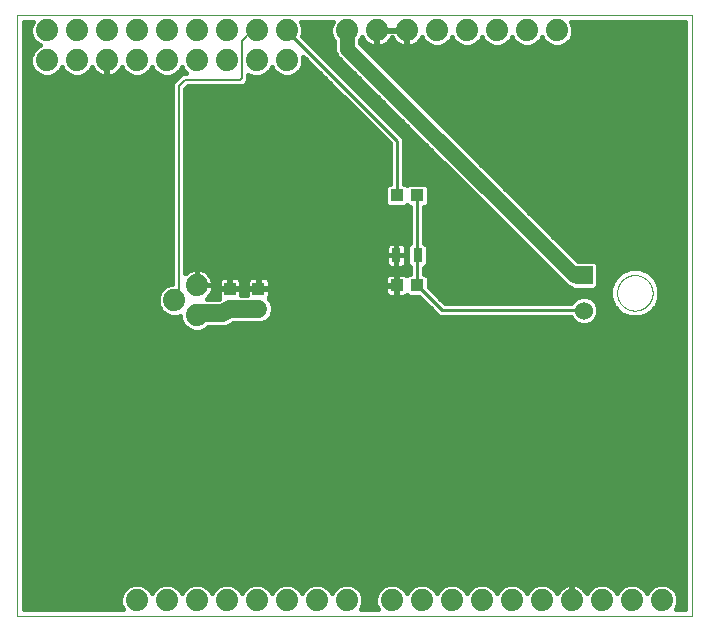
<source format=gtl>
G75*
%MOIN*%
%OFA0B0*%
%FSLAX25Y25*%
%IPPOS*%
%LPD*%
%AMOC8*
5,1,8,0,0,1.08239X$1,22.5*
%
%ADD10C,0.00000*%
%ADD11R,0.03150X0.04724*%
%ADD12R,0.06024X0.06024*%
%ADD13C,0.06024*%
%ADD14R,0.04331X0.03937*%
%ADD15C,0.07400*%
%ADD16R,0.03937X0.04331*%
%ADD17C,0.01600*%
%ADD18OC8,0.03762*%
%ADD19C,0.01000*%
%ADD20C,0.06000*%
%ADD21C,0.05000*%
%ADD22C,0.00800*%
D10*
X0003800Y0009800D02*
X0003800Y0210200D01*
X0228800Y0210200D01*
X0228800Y0009800D01*
X0003800Y0009800D01*
X0203894Y0117500D02*
X0203896Y0117653D01*
X0203902Y0117807D01*
X0203912Y0117960D01*
X0203926Y0118112D01*
X0203944Y0118265D01*
X0203966Y0118416D01*
X0203991Y0118567D01*
X0204021Y0118718D01*
X0204055Y0118868D01*
X0204092Y0119016D01*
X0204133Y0119164D01*
X0204178Y0119310D01*
X0204227Y0119456D01*
X0204280Y0119600D01*
X0204336Y0119742D01*
X0204396Y0119883D01*
X0204460Y0120023D01*
X0204527Y0120161D01*
X0204598Y0120297D01*
X0204673Y0120431D01*
X0204750Y0120563D01*
X0204832Y0120693D01*
X0204916Y0120821D01*
X0205004Y0120947D01*
X0205095Y0121070D01*
X0205189Y0121191D01*
X0205287Y0121309D01*
X0205387Y0121425D01*
X0205491Y0121538D01*
X0205597Y0121649D01*
X0205706Y0121757D01*
X0205818Y0121862D01*
X0205932Y0121963D01*
X0206050Y0122062D01*
X0206169Y0122158D01*
X0206291Y0122251D01*
X0206416Y0122340D01*
X0206543Y0122427D01*
X0206672Y0122509D01*
X0206803Y0122589D01*
X0206936Y0122665D01*
X0207071Y0122738D01*
X0207208Y0122807D01*
X0207347Y0122872D01*
X0207487Y0122934D01*
X0207629Y0122992D01*
X0207772Y0123047D01*
X0207917Y0123098D01*
X0208063Y0123145D01*
X0208210Y0123188D01*
X0208358Y0123227D01*
X0208507Y0123263D01*
X0208657Y0123294D01*
X0208808Y0123322D01*
X0208959Y0123346D01*
X0209112Y0123366D01*
X0209264Y0123382D01*
X0209417Y0123394D01*
X0209570Y0123402D01*
X0209723Y0123406D01*
X0209877Y0123406D01*
X0210030Y0123402D01*
X0210183Y0123394D01*
X0210336Y0123382D01*
X0210488Y0123366D01*
X0210641Y0123346D01*
X0210792Y0123322D01*
X0210943Y0123294D01*
X0211093Y0123263D01*
X0211242Y0123227D01*
X0211390Y0123188D01*
X0211537Y0123145D01*
X0211683Y0123098D01*
X0211828Y0123047D01*
X0211971Y0122992D01*
X0212113Y0122934D01*
X0212253Y0122872D01*
X0212392Y0122807D01*
X0212529Y0122738D01*
X0212664Y0122665D01*
X0212797Y0122589D01*
X0212928Y0122509D01*
X0213057Y0122427D01*
X0213184Y0122340D01*
X0213309Y0122251D01*
X0213431Y0122158D01*
X0213550Y0122062D01*
X0213668Y0121963D01*
X0213782Y0121862D01*
X0213894Y0121757D01*
X0214003Y0121649D01*
X0214109Y0121538D01*
X0214213Y0121425D01*
X0214313Y0121309D01*
X0214411Y0121191D01*
X0214505Y0121070D01*
X0214596Y0120947D01*
X0214684Y0120821D01*
X0214768Y0120693D01*
X0214850Y0120563D01*
X0214927Y0120431D01*
X0215002Y0120297D01*
X0215073Y0120161D01*
X0215140Y0120023D01*
X0215204Y0119883D01*
X0215264Y0119742D01*
X0215320Y0119600D01*
X0215373Y0119456D01*
X0215422Y0119310D01*
X0215467Y0119164D01*
X0215508Y0119016D01*
X0215545Y0118868D01*
X0215579Y0118718D01*
X0215609Y0118567D01*
X0215634Y0118416D01*
X0215656Y0118265D01*
X0215674Y0118112D01*
X0215688Y0117960D01*
X0215698Y0117807D01*
X0215704Y0117653D01*
X0215706Y0117500D01*
X0215704Y0117347D01*
X0215698Y0117193D01*
X0215688Y0117040D01*
X0215674Y0116888D01*
X0215656Y0116735D01*
X0215634Y0116584D01*
X0215609Y0116433D01*
X0215579Y0116282D01*
X0215545Y0116132D01*
X0215508Y0115984D01*
X0215467Y0115836D01*
X0215422Y0115690D01*
X0215373Y0115544D01*
X0215320Y0115400D01*
X0215264Y0115258D01*
X0215204Y0115117D01*
X0215140Y0114977D01*
X0215073Y0114839D01*
X0215002Y0114703D01*
X0214927Y0114569D01*
X0214850Y0114437D01*
X0214768Y0114307D01*
X0214684Y0114179D01*
X0214596Y0114053D01*
X0214505Y0113930D01*
X0214411Y0113809D01*
X0214313Y0113691D01*
X0214213Y0113575D01*
X0214109Y0113462D01*
X0214003Y0113351D01*
X0213894Y0113243D01*
X0213782Y0113138D01*
X0213668Y0113037D01*
X0213550Y0112938D01*
X0213431Y0112842D01*
X0213309Y0112749D01*
X0213184Y0112660D01*
X0213057Y0112573D01*
X0212928Y0112491D01*
X0212797Y0112411D01*
X0212664Y0112335D01*
X0212529Y0112262D01*
X0212392Y0112193D01*
X0212253Y0112128D01*
X0212113Y0112066D01*
X0211971Y0112008D01*
X0211828Y0111953D01*
X0211683Y0111902D01*
X0211537Y0111855D01*
X0211390Y0111812D01*
X0211242Y0111773D01*
X0211093Y0111737D01*
X0210943Y0111706D01*
X0210792Y0111678D01*
X0210641Y0111654D01*
X0210488Y0111634D01*
X0210336Y0111618D01*
X0210183Y0111606D01*
X0210030Y0111598D01*
X0209877Y0111594D01*
X0209723Y0111594D01*
X0209570Y0111598D01*
X0209417Y0111606D01*
X0209264Y0111618D01*
X0209112Y0111634D01*
X0208959Y0111654D01*
X0208808Y0111678D01*
X0208657Y0111706D01*
X0208507Y0111737D01*
X0208358Y0111773D01*
X0208210Y0111812D01*
X0208063Y0111855D01*
X0207917Y0111902D01*
X0207772Y0111953D01*
X0207629Y0112008D01*
X0207487Y0112066D01*
X0207347Y0112128D01*
X0207208Y0112193D01*
X0207071Y0112262D01*
X0206936Y0112335D01*
X0206803Y0112411D01*
X0206672Y0112491D01*
X0206543Y0112573D01*
X0206416Y0112660D01*
X0206291Y0112749D01*
X0206169Y0112842D01*
X0206050Y0112938D01*
X0205932Y0113037D01*
X0205818Y0113138D01*
X0205706Y0113243D01*
X0205597Y0113351D01*
X0205491Y0113462D01*
X0205387Y0113575D01*
X0205287Y0113691D01*
X0205189Y0113809D01*
X0205095Y0113930D01*
X0205004Y0114053D01*
X0204916Y0114179D01*
X0204832Y0114307D01*
X0204750Y0114437D01*
X0204673Y0114569D01*
X0204598Y0114703D01*
X0204527Y0114839D01*
X0204460Y0114977D01*
X0204396Y0115117D01*
X0204336Y0115258D01*
X0204280Y0115400D01*
X0204227Y0115544D01*
X0204178Y0115690D01*
X0204133Y0115836D01*
X0204092Y0115984D01*
X0204055Y0116132D01*
X0204021Y0116282D01*
X0203991Y0116433D01*
X0203966Y0116584D01*
X0203944Y0116735D01*
X0203926Y0116888D01*
X0203912Y0117040D01*
X0203902Y0117193D01*
X0203896Y0117347D01*
X0203894Y0117500D01*
D11*
X0137343Y0130000D03*
X0130257Y0130000D03*
D12*
X0192792Y0123406D03*
D13*
X0192792Y0111594D03*
D14*
X0137146Y0120000D03*
X0130454Y0120000D03*
X0130454Y0150000D03*
X0137146Y0150000D03*
D15*
X0093800Y0195000D03*
X0093800Y0205000D03*
X0083800Y0205000D03*
X0083800Y0195000D03*
X0073800Y0195000D03*
X0073800Y0205000D03*
X0063800Y0205000D03*
X0063800Y0195000D03*
X0053800Y0195000D03*
X0053800Y0205000D03*
X0043800Y0205000D03*
X0043800Y0195000D03*
X0033800Y0195000D03*
X0033800Y0205000D03*
X0023800Y0205000D03*
X0023800Y0195000D03*
X0013800Y0195000D03*
X0013800Y0205000D03*
X0063800Y0120000D03*
X0056300Y0115000D03*
X0063800Y0110000D03*
X0063800Y0015000D03*
X0053800Y0015000D03*
X0043800Y0015000D03*
X0073800Y0015000D03*
X0083800Y0015000D03*
X0093800Y0015000D03*
X0103800Y0015000D03*
X0113800Y0015000D03*
X0128800Y0015000D03*
X0138800Y0015000D03*
X0148800Y0015000D03*
X0158800Y0015000D03*
X0168800Y0015000D03*
X0178800Y0015000D03*
X0188800Y0015000D03*
X0198800Y0015000D03*
X0208800Y0015000D03*
X0218800Y0015000D03*
X0183800Y0205000D03*
X0173800Y0205000D03*
X0163800Y0205000D03*
X0153800Y0205000D03*
X0143800Y0205000D03*
X0133800Y0205000D03*
X0123800Y0205000D03*
X0113800Y0205000D03*
D16*
X0084300Y0118846D03*
X0084300Y0112154D03*
X0074800Y0112154D03*
X0074800Y0118846D03*
D17*
X0074984Y0118699D02*
X0084116Y0118699D01*
X0084116Y0118662D02*
X0080531Y0118662D01*
X0080531Y0116950D01*
X0078568Y0116950D01*
X0078568Y0118662D01*
X0074984Y0118662D01*
X0074984Y0119031D01*
X0074616Y0119031D01*
X0074616Y0122812D01*
X0072595Y0122812D01*
X0072137Y0122689D01*
X0071726Y0122452D01*
X0071391Y0122117D01*
X0071154Y0121707D01*
X0071031Y0121249D01*
X0071031Y0119031D01*
X0074616Y0119031D01*
X0074616Y0118662D01*
X0071031Y0118662D01*
X0071031Y0116444D01*
X0071154Y0115986D01*
X0071296Y0115741D01*
X0071025Y0115600D01*
X0067101Y0115600D01*
X0067383Y0115805D01*
X0067995Y0116417D01*
X0068504Y0117117D01*
X0068897Y0117889D01*
X0069165Y0118712D01*
X0069300Y0119567D01*
X0069300Y0120000D01*
X0069300Y0120433D01*
X0069165Y0121288D01*
X0068897Y0122111D01*
X0068504Y0122883D01*
X0067995Y0123583D01*
X0067383Y0124195D01*
X0066683Y0124704D01*
X0065911Y0125097D01*
X0065088Y0125365D01*
X0064233Y0125500D01*
X0063800Y0125500D01*
X0063800Y0120000D01*
X0063800Y0120000D01*
X0069300Y0120000D01*
X0063800Y0120000D01*
X0063800Y0120000D01*
X0063800Y0125500D01*
X0063367Y0125500D01*
X0062512Y0125365D01*
X0061689Y0125097D01*
X0060917Y0124704D01*
X0060217Y0124195D01*
X0060000Y0123978D01*
X0060000Y0185589D01*
X0060711Y0186300D01*
X0079211Y0186300D01*
X0079711Y0186800D01*
X0081000Y0188089D01*
X0081000Y0190207D01*
X0082706Y0189500D01*
X0084894Y0189500D01*
X0086915Y0190337D01*
X0088463Y0191884D01*
X0088800Y0192699D01*
X0089137Y0191884D01*
X0090684Y0190337D01*
X0092706Y0189500D01*
X0094894Y0189500D01*
X0096915Y0190337D01*
X0098463Y0191884D01*
X0099300Y0193906D01*
X0099300Y0196094D01*
X0099262Y0196185D01*
X0128150Y0167297D01*
X0128150Y0153768D01*
X0127543Y0153768D01*
X0126488Y0152714D01*
X0126488Y0147286D01*
X0127543Y0146231D01*
X0133364Y0146231D01*
X0133800Y0146667D01*
X0134236Y0146231D01*
X0134900Y0146231D01*
X0134900Y0134039D01*
X0133969Y0133108D01*
X0133969Y0126892D01*
X0134900Y0125961D01*
X0134900Y0123768D01*
X0134236Y0123768D01*
X0133800Y0123333D01*
X0133724Y0123409D01*
X0133314Y0123646D01*
X0132856Y0123768D01*
X0130638Y0123768D01*
X0130638Y0120184D01*
X0130269Y0120184D01*
X0130269Y0119816D01*
X0126488Y0119816D01*
X0126488Y0117795D01*
X0126611Y0117337D01*
X0126848Y0116926D01*
X0127183Y0116591D01*
X0127593Y0116354D01*
X0128051Y0116231D01*
X0130269Y0116231D01*
X0130269Y0119816D01*
X0130638Y0119816D01*
X0130638Y0116231D01*
X0132856Y0116231D01*
X0133314Y0116354D01*
X0133724Y0116591D01*
X0133800Y0116667D01*
X0134236Y0116231D01*
X0137766Y0116231D01*
X0144597Y0109400D01*
X0188493Y0109400D01*
X0188713Y0108869D01*
X0190066Y0107515D01*
X0191835Y0106783D01*
X0193749Y0106783D01*
X0195518Y0107515D01*
X0196871Y0108869D01*
X0197604Y0110637D01*
X0197604Y0112552D01*
X0196871Y0114320D01*
X0195518Y0115674D01*
X0193749Y0116406D01*
X0191835Y0116406D01*
X0190066Y0115674D01*
X0188713Y0114320D01*
X0188580Y0114000D01*
X0146503Y0114000D01*
X0141112Y0119391D01*
X0141112Y0122714D01*
X0140057Y0123768D01*
X0139500Y0123768D01*
X0139500Y0125838D01*
X0139664Y0125838D01*
X0140718Y0126892D01*
X0140718Y0133108D01*
X0139664Y0134162D01*
X0139500Y0134162D01*
X0139500Y0146231D01*
X0140057Y0146231D01*
X0141112Y0147286D01*
X0141112Y0152714D01*
X0140057Y0153768D01*
X0134236Y0153768D01*
X0133800Y0153333D01*
X0133364Y0153768D01*
X0132750Y0153768D01*
X0132750Y0169203D01*
X0098933Y0203020D01*
X0099300Y0203906D01*
X0099300Y0206094D01*
X0098552Y0207900D01*
X0109048Y0207900D01*
X0108300Y0206094D01*
X0108300Y0203906D01*
X0109137Y0201884D01*
X0109600Y0201422D01*
X0109600Y0198095D01*
X0110255Y0196514D01*
X0185799Y0120970D01*
X0187009Y0119760D01*
X0188476Y0119152D01*
X0189035Y0118594D01*
X0196550Y0118594D01*
X0197604Y0119648D01*
X0197604Y0127163D01*
X0196550Y0128217D01*
X0190714Y0128217D01*
X0118200Y0200731D01*
X0118200Y0201622D01*
X0118463Y0201884D01*
X0118800Y0202699D01*
X0119096Y0202117D01*
X0119605Y0201417D01*
X0120217Y0200805D01*
X0120917Y0200296D01*
X0121689Y0199903D01*
X0122512Y0199635D01*
X0123367Y0199500D01*
X0123600Y0199500D01*
X0123600Y0204800D01*
X0124000Y0204800D01*
X0124000Y0205200D01*
X0128300Y0205200D01*
X0133600Y0205200D01*
X0133600Y0204800D01*
X0124000Y0204800D01*
X0124000Y0199500D01*
X0124233Y0199500D01*
X0125088Y0199635D01*
X0125911Y0199903D01*
X0126683Y0200296D01*
X0127383Y0200805D01*
X0127995Y0201417D01*
X0128504Y0202117D01*
X0128800Y0202698D01*
X0129096Y0202117D01*
X0129605Y0201417D01*
X0130217Y0200805D01*
X0130917Y0200296D01*
X0131689Y0199903D01*
X0132512Y0199635D01*
X0133367Y0199500D01*
X0133600Y0199500D01*
X0133600Y0204800D01*
X0134000Y0204800D01*
X0134000Y0199500D01*
X0134233Y0199500D01*
X0135088Y0199635D01*
X0135911Y0199903D01*
X0136683Y0200296D01*
X0137383Y0200805D01*
X0137995Y0201417D01*
X0138504Y0202117D01*
X0138800Y0202699D01*
X0139137Y0201884D01*
X0140684Y0200337D01*
X0142706Y0199500D01*
X0144894Y0199500D01*
X0146915Y0200337D01*
X0148463Y0201884D01*
X0148800Y0202699D01*
X0149137Y0201884D01*
X0150684Y0200337D01*
X0152706Y0199500D01*
X0154894Y0199500D01*
X0156915Y0200337D01*
X0158463Y0201884D01*
X0158800Y0202699D01*
X0159137Y0201884D01*
X0160684Y0200337D01*
X0162706Y0199500D01*
X0164894Y0199500D01*
X0166915Y0200337D01*
X0168463Y0201884D01*
X0168800Y0202699D01*
X0169137Y0201884D01*
X0170684Y0200337D01*
X0172706Y0199500D01*
X0174894Y0199500D01*
X0176915Y0200337D01*
X0178463Y0201884D01*
X0178800Y0202699D01*
X0179137Y0201884D01*
X0180684Y0200337D01*
X0182706Y0199500D01*
X0184894Y0199500D01*
X0186915Y0200337D01*
X0188463Y0201884D01*
X0189300Y0203906D01*
X0189300Y0206094D01*
X0188552Y0207900D01*
X0226500Y0207900D01*
X0226500Y0012100D01*
X0223552Y0012100D01*
X0224300Y0013906D01*
X0224300Y0016094D01*
X0223463Y0018115D01*
X0221915Y0019663D01*
X0219894Y0020500D01*
X0217706Y0020500D01*
X0215684Y0019663D01*
X0214137Y0018115D01*
X0213800Y0017301D01*
X0213463Y0018115D01*
X0211915Y0019663D01*
X0209894Y0020500D01*
X0207706Y0020500D01*
X0205684Y0019663D01*
X0204137Y0018115D01*
X0203800Y0017301D01*
X0203463Y0018115D01*
X0201915Y0019663D01*
X0199894Y0020500D01*
X0197706Y0020500D01*
X0195684Y0019663D01*
X0194137Y0018115D01*
X0193800Y0017301D01*
X0193504Y0017883D01*
X0192995Y0018583D01*
X0192383Y0019195D01*
X0191683Y0019704D01*
X0190911Y0020097D01*
X0190088Y0020365D01*
X0189233Y0020500D01*
X0189000Y0020500D01*
X0189000Y0015200D01*
X0188600Y0015200D01*
X0188600Y0020500D01*
X0188367Y0020500D01*
X0187512Y0020365D01*
X0186689Y0020097D01*
X0185917Y0019704D01*
X0185217Y0019195D01*
X0184605Y0018583D01*
X0184096Y0017883D01*
X0183800Y0017301D01*
X0183463Y0018115D01*
X0181915Y0019663D01*
X0179894Y0020500D01*
X0177706Y0020500D01*
X0175684Y0019663D01*
X0174137Y0018115D01*
X0173800Y0017301D01*
X0173463Y0018115D01*
X0171915Y0019663D01*
X0169894Y0020500D01*
X0167706Y0020500D01*
X0165684Y0019663D01*
X0164137Y0018115D01*
X0163800Y0017301D01*
X0163463Y0018115D01*
X0161915Y0019663D01*
X0159894Y0020500D01*
X0157706Y0020500D01*
X0155684Y0019663D01*
X0154137Y0018115D01*
X0153800Y0017301D01*
X0153463Y0018115D01*
X0151915Y0019663D01*
X0149894Y0020500D01*
X0147706Y0020500D01*
X0145684Y0019663D01*
X0144137Y0018115D01*
X0143800Y0017301D01*
X0143463Y0018115D01*
X0141915Y0019663D01*
X0139894Y0020500D01*
X0137706Y0020500D01*
X0135684Y0019663D01*
X0134137Y0018115D01*
X0133800Y0017301D01*
X0133463Y0018115D01*
X0131915Y0019663D01*
X0129894Y0020500D01*
X0127706Y0020500D01*
X0125684Y0019663D01*
X0124137Y0018115D01*
X0123300Y0016094D01*
X0123300Y0013906D01*
X0124048Y0012100D01*
X0118552Y0012100D01*
X0119300Y0013906D01*
X0119300Y0016094D01*
X0118463Y0018115D01*
X0116915Y0019663D01*
X0114894Y0020500D01*
X0112706Y0020500D01*
X0110684Y0019663D01*
X0109137Y0018115D01*
X0108800Y0017301D01*
X0108463Y0018115D01*
X0106915Y0019663D01*
X0104894Y0020500D01*
X0102706Y0020500D01*
X0100684Y0019663D01*
X0099137Y0018115D01*
X0098800Y0017301D01*
X0098463Y0018115D01*
X0096915Y0019663D01*
X0094894Y0020500D01*
X0092706Y0020500D01*
X0090684Y0019663D01*
X0089137Y0018115D01*
X0088800Y0017301D01*
X0088463Y0018115D01*
X0086915Y0019663D01*
X0084894Y0020500D01*
X0082706Y0020500D01*
X0080684Y0019663D01*
X0079137Y0018115D01*
X0078800Y0017301D01*
X0078463Y0018115D01*
X0076915Y0019663D01*
X0074894Y0020500D01*
X0072706Y0020500D01*
X0070684Y0019663D01*
X0069137Y0018115D01*
X0068800Y0017301D01*
X0068463Y0018115D01*
X0066915Y0019663D01*
X0064894Y0020500D01*
X0062706Y0020500D01*
X0060684Y0019663D01*
X0059137Y0018115D01*
X0058800Y0017301D01*
X0058463Y0018115D01*
X0056915Y0019663D01*
X0054894Y0020500D01*
X0052706Y0020500D01*
X0050684Y0019663D01*
X0049137Y0018115D01*
X0048800Y0017301D01*
X0048463Y0018115D01*
X0046915Y0019663D01*
X0044894Y0020500D01*
X0042706Y0020500D01*
X0040684Y0019663D01*
X0039137Y0018115D01*
X0038300Y0016094D01*
X0038300Y0013906D01*
X0039048Y0012100D01*
X0006100Y0012100D01*
X0006100Y0207900D01*
X0009048Y0207900D01*
X0008300Y0206094D01*
X0008300Y0203906D01*
X0009137Y0201884D01*
X0010684Y0200337D01*
X0011499Y0200000D01*
X0010684Y0199663D01*
X0009137Y0198115D01*
X0008300Y0196094D01*
X0008300Y0193906D01*
X0009137Y0191884D01*
X0010684Y0190337D01*
X0012706Y0189500D01*
X0014894Y0189500D01*
X0016915Y0190337D01*
X0018463Y0191884D01*
X0018800Y0192699D01*
X0019137Y0191884D01*
X0020684Y0190337D01*
X0022706Y0189500D01*
X0024894Y0189500D01*
X0026915Y0190337D01*
X0028463Y0191884D01*
X0028800Y0192699D01*
X0029096Y0192117D01*
X0029605Y0191417D01*
X0030217Y0190805D01*
X0030917Y0190296D01*
X0031689Y0189903D01*
X0032512Y0189635D01*
X0033367Y0189500D01*
X0033600Y0189500D01*
X0033600Y0194800D01*
X0034000Y0194800D01*
X0034000Y0189500D01*
X0034233Y0189500D01*
X0035088Y0189635D01*
X0035911Y0189903D01*
X0036683Y0190296D01*
X0037383Y0190805D01*
X0037995Y0191417D01*
X0038504Y0192117D01*
X0038800Y0192699D01*
X0039137Y0191884D01*
X0040684Y0190337D01*
X0042706Y0189500D01*
X0044894Y0189500D01*
X0046915Y0190337D01*
X0048463Y0191884D01*
X0048800Y0192699D01*
X0049137Y0191884D01*
X0050684Y0190337D01*
X0052706Y0189500D01*
X0054894Y0189500D01*
X0056915Y0190337D01*
X0058463Y0191884D01*
X0058800Y0192699D01*
X0059137Y0191884D01*
X0060322Y0190700D01*
X0058889Y0190700D01*
X0057600Y0189411D01*
X0055600Y0187411D01*
X0055600Y0120500D01*
X0055206Y0120500D01*
X0053184Y0119663D01*
X0051637Y0118115D01*
X0050800Y0116094D01*
X0050800Y0113906D01*
X0051637Y0111884D01*
X0053184Y0110337D01*
X0055206Y0109500D01*
X0057394Y0109500D01*
X0058300Y0109875D01*
X0058300Y0108906D01*
X0059137Y0106884D01*
X0060684Y0105337D01*
X0062706Y0104500D01*
X0064894Y0104500D01*
X0066915Y0105337D01*
X0067578Y0106000D01*
X0071461Y0106000D01*
X0071667Y0105935D01*
X0072410Y0106000D01*
X0073155Y0106000D01*
X0073354Y0106083D01*
X0073570Y0106102D01*
X0074231Y0106446D01*
X0074919Y0106731D01*
X0075072Y0106884D01*
X0075968Y0107350D01*
X0082967Y0107350D01*
X0082988Y0107342D01*
X0083921Y0107350D01*
X0084855Y0107350D01*
X0084875Y0107358D01*
X0085297Y0107362D01*
X0087055Y0108109D01*
X0088393Y0109471D01*
X0089108Y0111241D01*
X0089091Y0113151D01*
X0088345Y0114908D01*
X0087687Y0115554D01*
X0087709Y0115576D01*
X0087946Y0115986D01*
X0088068Y0116444D01*
X0088068Y0118662D01*
X0084484Y0118662D01*
X0084484Y0119031D01*
X0084116Y0119031D01*
X0084116Y0122812D01*
X0082095Y0122812D01*
X0081637Y0122689D01*
X0081226Y0122452D01*
X0080891Y0122117D01*
X0080654Y0121707D01*
X0080531Y0121249D01*
X0080531Y0119031D01*
X0084116Y0119031D01*
X0084116Y0118662D01*
X0084484Y0118699D02*
X0126488Y0118699D01*
X0126488Y0120184D02*
X0130269Y0120184D01*
X0130269Y0123768D01*
X0128051Y0123768D01*
X0127593Y0123646D01*
X0127183Y0123409D01*
X0126848Y0123074D01*
X0126611Y0122663D01*
X0126488Y0122205D01*
X0126488Y0120184D01*
X0126488Y0120297D02*
X0088068Y0120297D01*
X0088068Y0121249D02*
X0088068Y0119031D01*
X0084484Y0119031D01*
X0084484Y0122812D01*
X0086505Y0122812D01*
X0086963Y0122689D01*
X0087374Y0122452D01*
X0087709Y0122117D01*
X0087946Y0121707D01*
X0088068Y0121249D01*
X0087837Y0121896D02*
X0126488Y0121896D01*
X0127331Y0123494D02*
X0068060Y0123494D01*
X0068967Y0121896D02*
X0071263Y0121896D01*
X0071031Y0120297D02*
X0069300Y0120297D01*
X0069160Y0118699D02*
X0074616Y0118699D01*
X0074984Y0119031D02*
X0074984Y0122812D01*
X0077005Y0122812D01*
X0077463Y0122689D01*
X0077874Y0122452D01*
X0078209Y0122117D01*
X0078446Y0121707D01*
X0078568Y0121249D01*
X0078568Y0119031D01*
X0074984Y0119031D01*
X0074984Y0120297D02*
X0074616Y0120297D01*
X0074616Y0121896D02*
X0074984Y0121896D01*
X0078337Y0121896D02*
X0080763Y0121896D01*
X0080531Y0120297D02*
X0078568Y0120297D01*
X0078568Y0117100D02*
X0080531Y0117100D01*
X0084116Y0120297D02*
X0084484Y0120297D01*
X0084484Y0121896D02*
X0084116Y0121896D01*
X0088068Y0117100D02*
X0126747Y0117100D01*
X0130269Y0117100D02*
X0130638Y0117100D01*
X0130638Y0118699D02*
X0130269Y0118699D01*
X0130269Y0120297D02*
X0130638Y0120297D01*
X0130638Y0121896D02*
X0130269Y0121896D01*
X0130269Y0123494D02*
X0130638Y0123494D01*
X0130257Y0125838D02*
X0132068Y0125838D01*
X0132526Y0125960D01*
X0132937Y0126197D01*
X0133272Y0126533D01*
X0133509Y0126943D01*
X0133631Y0127401D01*
X0133631Y0130000D01*
X0133631Y0132599D01*
X0133509Y0133057D01*
X0133272Y0133467D01*
X0132937Y0133803D01*
X0132526Y0134040D01*
X0132068Y0134162D01*
X0130257Y0134162D01*
X0130257Y0130000D01*
X0133631Y0130000D01*
X0130257Y0130000D01*
X0130257Y0130000D01*
X0130257Y0125838D01*
X0130257Y0130000D01*
X0130257Y0130000D01*
X0130257Y0130000D01*
X0130257Y0134162D01*
X0128445Y0134162D01*
X0127987Y0134040D01*
X0127577Y0133803D01*
X0127242Y0133467D01*
X0127005Y0133057D01*
X0126882Y0132599D01*
X0126882Y0130000D01*
X0126882Y0127401D01*
X0127005Y0126943D01*
X0127242Y0126533D01*
X0127577Y0126197D01*
X0127987Y0125960D01*
X0128445Y0125838D01*
X0130257Y0125838D01*
X0130257Y0126691D02*
X0130257Y0126691D01*
X0130257Y0128290D02*
X0130257Y0128290D01*
X0130257Y0129888D02*
X0130257Y0129888D01*
X0130257Y0130000D02*
X0126882Y0130000D01*
X0130257Y0130000D01*
X0130257Y0130000D01*
X0130257Y0131487D02*
X0130257Y0131487D01*
X0130257Y0133085D02*
X0130257Y0133085D01*
X0133492Y0133085D02*
X0133969Y0133085D01*
X0133969Y0131487D02*
X0133631Y0131487D01*
X0133631Y0129888D02*
X0133969Y0129888D01*
X0133969Y0128290D02*
X0133631Y0128290D01*
X0133364Y0126691D02*
X0134169Y0126691D01*
X0134900Y0125093D02*
X0065920Y0125093D01*
X0063800Y0125093D02*
X0063800Y0125093D01*
X0063800Y0123494D02*
X0063800Y0123494D01*
X0063800Y0121896D02*
X0063800Y0121896D01*
X0063800Y0120297D02*
X0063800Y0120297D01*
X0068492Y0117100D02*
X0071031Y0117100D01*
X0061680Y0125093D02*
X0060000Y0125093D01*
X0060000Y0126691D02*
X0127150Y0126691D01*
X0126882Y0128290D02*
X0060000Y0128290D01*
X0060000Y0129888D02*
X0126882Y0129888D01*
X0126882Y0131487D02*
X0060000Y0131487D01*
X0060000Y0133085D02*
X0127021Y0133085D01*
X0134900Y0134684D02*
X0060000Y0134684D01*
X0060000Y0136282D02*
X0134900Y0136282D01*
X0134900Y0137881D02*
X0060000Y0137881D01*
X0060000Y0139479D02*
X0134900Y0139479D01*
X0134900Y0141078D02*
X0060000Y0141078D01*
X0060000Y0142676D02*
X0134900Y0142676D01*
X0134900Y0144275D02*
X0060000Y0144275D01*
X0060000Y0145873D02*
X0134900Y0145873D01*
X0139500Y0145873D02*
X0160895Y0145873D01*
X0162494Y0144275D02*
X0139500Y0144275D01*
X0139500Y0142676D02*
X0164092Y0142676D01*
X0165691Y0141078D02*
X0139500Y0141078D01*
X0139500Y0139479D02*
X0167289Y0139479D01*
X0168888Y0137881D02*
X0139500Y0137881D01*
X0139500Y0136282D02*
X0170486Y0136282D01*
X0172085Y0134684D02*
X0139500Y0134684D01*
X0140718Y0133085D02*
X0173684Y0133085D01*
X0175282Y0131487D02*
X0140718Y0131487D01*
X0140718Y0129888D02*
X0176881Y0129888D01*
X0178479Y0128290D02*
X0140718Y0128290D01*
X0140517Y0126691D02*
X0180078Y0126691D01*
X0181676Y0125093D02*
X0139500Y0125093D01*
X0140332Y0123494D02*
X0183275Y0123494D01*
X0184873Y0121896D02*
X0141112Y0121896D01*
X0141112Y0120297D02*
X0186472Y0120297D01*
X0188930Y0118699D02*
X0141804Y0118699D01*
X0143402Y0117100D02*
X0201594Y0117100D01*
X0201594Y0115868D02*
X0202844Y0112852D01*
X0205152Y0110544D01*
X0208168Y0109294D01*
X0211432Y0109294D01*
X0214448Y0110544D01*
X0216756Y0112852D01*
X0218005Y0115868D01*
X0218005Y0119132D01*
X0216756Y0122148D01*
X0214448Y0124456D01*
X0211432Y0125705D01*
X0208168Y0125705D01*
X0205152Y0124456D01*
X0202844Y0122148D01*
X0201594Y0119132D01*
X0201594Y0115868D01*
X0201746Y0115502D02*
X0195690Y0115502D01*
X0197044Y0113903D02*
X0202408Y0113903D01*
X0203391Y0112305D02*
X0197604Y0112305D01*
X0197604Y0110706D02*
X0204989Y0110706D01*
X0196970Y0109108D02*
X0226500Y0109108D01*
X0226500Y0110706D02*
X0214611Y0110706D01*
X0216209Y0112305D02*
X0226500Y0112305D01*
X0226500Y0113903D02*
X0217192Y0113903D01*
X0217854Y0115502D02*
X0226500Y0115502D01*
X0226500Y0117100D02*
X0218005Y0117100D01*
X0218005Y0118699D02*
X0226500Y0118699D01*
X0226500Y0120297D02*
X0217523Y0120297D01*
X0216861Y0121896D02*
X0226500Y0121896D01*
X0226500Y0123494D02*
X0215410Y0123494D01*
X0212911Y0125093D02*
X0226500Y0125093D01*
X0226500Y0126691D02*
X0197604Y0126691D01*
X0197604Y0125093D02*
X0206689Y0125093D01*
X0204190Y0123494D02*
X0197604Y0123494D01*
X0197604Y0121896D02*
X0202739Y0121896D01*
X0202077Y0120297D02*
X0197604Y0120297D01*
X0196655Y0118699D02*
X0201594Y0118699D01*
X0189894Y0115502D02*
X0145001Y0115502D01*
X0141693Y0112305D02*
X0089099Y0112305D01*
X0088892Y0110706D02*
X0143291Y0110706D01*
X0140094Y0113903D02*
X0088772Y0113903D01*
X0087741Y0115502D02*
X0138496Y0115502D01*
X0133961Y0123494D02*
X0133576Y0123494D01*
X0126488Y0147472D02*
X0060000Y0147472D01*
X0060000Y0149070D02*
X0126488Y0149070D01*
X0126488Y0150669D02*
X0060000Y0150669D01*
X0060000Y0152268D02*
X0126488Y0152268D01*
X0128150Y0153866D02*
X0060000Y0153866D01*
X0060000Y0155465D02*
X0128150Y0155465D01*
X0128150Y0157063D02*
X0060000Y0157063D01*
X0060000Y0158662D02*
X0128150Y0158662D01*
X0128150Y0160260D02*
X0060000Y0160260D01*
X0060000Y0161859D02*
X0128150Y0161859D01*
X0128150Y0163457D02*
X0060000Y0163457D01*
X0060000Y0165056D02*
X0128150Y0165056D01*
X0128150Y0166654D02*
X0060000Y0166654D01*
X0060000Y0168253D02*
X0127195Y0168253D01*
X0125596Y0169851D02*
X0060000Y0169851D01*
X0060000Y0171450D02*
X0123998Y0171450D01*
X0122399Y0173048D02*
X0060000Y0173048D01*
X0060000Y0174647D02*
X0120801Y0174647D01*
X0119202Y0176245D02*
X0060000Y0176245D01*
X0060000Y0177844D02*
X0117604Y0177844D01*
X0116005Y0179442D02*
X0060000Y0179442D01*
X0060000Y0181041D02*
X0114407Y0181041D01*
X0112808Y0182639D02*
X0060000Y0182639D01*
X0060000Y0184238D02*
X0111210Y0184238D01*
X0109611Y0185836D02*
X0060248Y0185836D01*
X0057222Y0189033D02*
X0006100Y0189033D01*
X0006100Y0187435D02*
X0055623Y0187435D01*
X0055600Y0185836D02*
X0006100Y0185836D01*
X0006100Y0184238D02*
X0055600Y0184238D01*
X0055600Y0182639D02*
X0006100Y0182639D01*
X0006100Y0181041D02*
X0055600Y0181041D01*
X0055600Y0179442D02*
X0006100Y0179442D01*
X0006100Y0177844D02*
X0055600Y0177844D01*
X0055600Y0176245D02*
X0006100Y0176245D01*
X0006100Y0174647D02*
X0055600Y0174647D01*
X0055600Y0173048D02*
X0006100Y0173048D01*
X0006100Y0171450D02*
X0055600Y0171450D01*
X0055600Y0169851D02*
X0006100Y0169851D01*
X0006100Y0168253D02*
X0055600Y0168253D01*
X0055600Y0166654D02*
X0006100Y0166654D01*
X0006100Y0165056D02*
X0055600Y0165056D01*
X0055600Y0163457D02*
X0006100Y0163457D01*
X0006100Y0161859D02*
X0055600Y0161859D01*
X0055600Y0160260D02*
X0006100Y0160260D01*
X0006100Y0158662D02*
X0055600Y0158662D01*
X0055600Y0157063D02*
X0006100Y0157063D01*
X0006100Y0155465D02*
X0055600Y0155465D01*
X0055600Y0153866D02*
X0006100Y0153866D01*
X0006100Y0152268D02*
X0055600Y0152268D01*
X0055600Y0150669D02*
X0006100Y0150669D01*
X0006100Y0149070D02*
X0055600Y0149070D01*
X0055600Y0147472D02*
X0006100Y0147472D01*
X0006100Y0145873D02*
X0055600Y0145873D01*
X0055600Y0144275D02*
X0006100Y0144275D01*
X0006100Y0142676D02*
X0055600Y0142676D01*
X0055600Y0141078D02*
X0006100Y0141078D01*
X0006100Y0139479D02*
X0055600Y0139479D01*
X0055600Y0137881D02*
X0006100Y0137881D01*
X0006100Y0136282D02*
X0055600Y0136282D01*
X0055600Y0134684D02*
X0006100Y0134684D01*
X0006100Y0133085D02*
X0055600Y0133085D01*
X0055600Y0131487D02*
X0006100Y0131487D01*
X0006100Y0129888D02*
X0055600Y0129888D01*
X0055600Y0128290D02*
X0006100Y0128290D01*
X0006100Y0126691D02*
X0055600Y0126691D01*
X0055600Y0125093D02*
X0006100Y0125093D01*
X0006100Y0123494D02*
X0055600Y0123494D01*
X0055600Y0121896D02*
X0006100Y0121896D01*
X0006100Y0120297D02*
X0054717Y0120297D01*
X0052221Y0118699D02*
X0006100Y0118699D01*
X0006100Y0117100D02*
X0051217Y0117100D01*
X0050800Y0115502D02*
X0006100Y0115502D01*
X0006100Y0113903D02*
X0050801Y0113903D01*
X0051463Y0112305D02*
X0006100Y0112305D01*
X0006100Y0110706D02*
X0052816Y0110706D01*
X0058300Y0109108D02*
X0006100Y0109108D01*
X0006100Y0107509D02*
X0058879Y0107509D01*
X0060111Y0105911D02*
X0006100Y0105911D01*
X0006100Y0104312D02*
X0226500Y0104312D01*
X0226500Y0102714D02*
X0006100Y0102714D01*
X0006100Y0101115D02*
X0226500Y0101115D01*
X0226500Y0099517D02*
X0006100Y0099517D01*
X0006100Y0097918D02*
X0226500Y0097918D01*
X0226500Y0096320D02*
X0006100Y0096320D01*
X0006100Y0094721D02*
X0226500Y0094721D01*
X0226500Y0093123D02*
X0006100Y0093123D01*
X0006100Y0091524D02*
X0226500Y0091524D01*
X0226500Y0089926D02*
X0006100Y0089926D01*
X0006100Y0088327D02*
X0226500Y0088327D01*
X0226500Y0086729D02*
X0006100Y0086729D01*
X0006100Y0085130D02*
X0226500Y0085130D01*
X0226500Y0083532D02*
X0006100Y0083532D01*
X0006100Y0081933D02*
X0226500Y0081933D01*
X0226500Y0080334D02*
X0006100Y0080334D01*
X0006100Y0078736D02*
X0226500Y0078736D01*
X0226500Y0077137D02*
X0006100Y0077137D01*
X0006100Y0075539D02*
X0226500Y0075539D01*
X0226500Y0073940D02*
X0006100Y0073940D01*
X0006100Y0072342D02*
X0226500Y0072342D01*
X0226500Y0070743D02*
X0006100Y0070743D01*
X0006100Y0069145D02*
X0226500Y0069145D01*
X0226500Y0067546D02*
X0006100Y0067546D01*
X0006100Y0065948D02*
X0226500Y0065948D01*
X0226500Y0064349D02*
X0006100Y0064349D01*
X0006100Y0062751D02*
X0226500Y0062751D01*
X0226500Y0061152D02*
X0006100Y0061152D01*
X0006100Y0059554D02*
X0226500Y0059554D01*
X0226500Y0057955D02*
X0006100Y0057955D01*
X0006100Y0056357D02*
X0226500Y0056357D01*
X0226500Y0054758D02*
X0006100Y0054758D01*
X0006100Y0053160D02*
X0226500Y0053160D01*
X0226500Y0051561D02*
X0006100Y0051561D01*
X0006100Y0049963D02*
X0226500Y0049963D01*
X0226500Y0048364D02*
X0006100Y0048364D01*
X0006100Y0046766D02*
X0226500Y0046766D01*
X0226500Y0045167D02*
X0006100Y0045167D01*
X0006100Y0043569D02*
X0226500Y0043569D01*
X0226500Y0041970D02*
X0006100Y0041970D01*
X0006100Y0040372D02*
X0226500Y0040372D01*
X0226500Y0038773D02*
X0006100Y0038773D01*
X0006100Y0037175D02*
X0226500Y0037175D01*
X0226500Y0035576D02*
X0006100Y0035576D01*
X0006100Y0033978D02*
X0226500Y0033978D01*
X0226500Y0032379D02*
X0006100Y0032379D01*
X0006100Y0030781D02*
X0226500Y0030781D01*
X0226500Y0029182D02*
X0006100Y0029182D01*
X0006100Y0027584D02*
X0226500Y0027584D01*
X0226500Y0025985D02*
X0006100Y0025985D01*
X0006100Y0024387D02*
X0226500Y0024387D01*
X0226500Y0022788D02*
X0006100Y0022788D01*
X0006100Y0021190D02*
X0226500Y0021190D01*
X0226500Y0019591D02*
X0221987Y0019591D01*
X0223514Y0017993D02*
X0226500Y0017993D01*
X0226500Y0016394D02*
X0224176Y0016394D01*
X0224300Y0014796D02*
X0226500Y0014796D01*
X0226500Y0013197D02*
X0224006Y0013197D01*
X0215613Y0019591D02*
X0211987Y0019591D01*
X0213514Y0017993D02*
X0214086Y0017993D01*
X0205613Y0019591D02*
X0201987Y0019591D01*
X0203514Y0017993D02*
X0204086Y0017993D01*
X0195613Y0019591D02*
X0191838Y0019591D01*
X0193424Y0017993D02*
X0194086Y0017993D01*
X0189000Y0017993D02*
X0188600Y0017993D01*
X0188600Y0019591D02*
X0189000Y0019591D01*
X0185762Y0019591D02*
X0181987Y0019591D01*
X0183514Y0017993D02*
X0184176Y0017993D01*
X0188600Y0016394D02*
X0189000Y0016394D01*
X0175613Y0019591D02*
X0171987Y0019591D01*
X0173514Y0017993D02*
X0174086Y0017993D01*
X0165613Y0019591D02*
X0161987Y0019591D01*
X0163514Y0017993D02*
X0164086Y0017993D01*
X0155613Y0019591D02*
X0151987Y0019591D01*
X0153514Y0017993D02*
X0154086Y0017993D01*
X0145613Y0019591D02*
X0141987Y0019591D01*
X0143514Y0017993D02*
X0144086Y0017993D01*
X0135613Y0019591D02*
X0131987Y0019591D01*
X0133514Y0017993D02*
X0134086Y0017993D01*
X0125613Y0019591D02*
X0116987Y0019591D01*
X0118514Y0017993D02*
X0124086Y0017993D01*
X0123424Y0016394D02*
X0119176Y0016394D01*
X0119300Y0014796D02*
X0123300Y0014796D01*
X0123594Y0013197D02*
X0119006Y0013197D01*
X0110613Y0019591D02*
X0106987Y0019591D01*
X0108514Y0017993D02*
X0109086Y0017993D01*
X0100613Y0019591D02*
X0096987Y0019591D01*
X0098514Y0017993D02*
X0099086Y0017993D01*
X0090613Y0019591D02*
X0086987Y0019591D01*
X0088514Y0017993D02*
X0089086Y0017993D01*
X0080613Y0019591D02*
X0076987Y0019591D01*
X0078514Y0017993D02*
X0079086Y0017993D01*
X0070613Y0019591D02*
X0066987Y0019591D01*
X0068514Y0017993D02*
X0069086Y0017993D01*
X0060613Y0019591D02*
X0056987Y0019591D01*
X0058514Y0017993D02*
X0059086Y0017993D01*
X0050613Y0019591D02*
X0046987Y0019591D01*
X0048514Y0017993D02*
X0049086Y0017993D01*
X0040613Y0019591D02*
X0006100Y0019591D01*
X0006100Y0017993D02*
X0039086Y0017993D01*
X0038424Y0016394D02*
X0006100Y0016394D01*
X0006100Y0014796D02*
X0038300Y0014796D01*
X0038594Y0013197D02*
X0006100Y0013197D01*
X0067489Y0105911D02*
X0226500Y0105911D01*
X0226500Y0107509D02*
X0195503Y0107509D01*
X0190081Y0107509D02*
X0085643Y0107509D01*
X0088037Y0109108D02*
X0188614Y0109108D01*
X0190641Y0128290D02*
X0226500Y0128290D01*
X0226500Y0129888D02*
X0189043Y0129888D01*
X0187444Y0131487D02*
X0226500Y0131487D01*
X0226500Y0133085D02*
X0185846Y0133085D01*
X0184247Y0134684D02*
X0226500Y0134684D01*
X0226500Y0136282D02*
X0182649Y0136282D01*
X0181050Y0137881D02*
X0226500Y0137881D01*
X0226500Y0139479D02*
X0179452Y0139479D01*
X0177853Y0141078D02*
X0226500Y0141078D01*
X0226500Y0142676D02*
X0176255Y0142676D01*
X0174656Y0144275D02*
X0226500Y0144275D01*
X0226500Y0145873D02*
X0173058Y0145873D01*
X0171459Y0147472D02*
X0226500Y0147472D01*
X0226500Y0149070D02*
X0169861Y0149070D01*
X0168262Y0150669D02*
X0226500Y0150669D01*
X0226500Y0152268D02*
X0166664Y0152268D01*
X0165065Y0153866D02*
X0226500Y0153866D01*
X0226500Y0155465D02*
X0163467Y0155465D01*
X0161868Y0157063D02*
X0226500Y0157063D01*
X0226500Y0158662D02*
X0160270Y0158662D01*
X0158671Y0160260D02*
X0226500Y0160260D01*
X0226500Y0161859D02*
X0157073Y0161859D01*
X0155474Y0163457D02*
X0226500Y0163457D01*
X0226500Y0165056D02*
X0153876Y0165056D01*
X0152277Y0166654D02*
X0226500Y0166654D01*
X0226500Y0168253D02*
X0150678Y0168253D01*
X0149080Y0169851D02*
X0226500Y0169851D01*
X0226500Y0171450D02*
X0147481Y0171450D01*
X0145883Y0173048D02*
X0226500Y0173048D01*
X0226500Y0174647D02*
X0144284Y0174647D01*
X0142686Y0176245D02*
X0226500Y0176245D01*
X0226500Y0177844D02*
X0141087Y0177844D01*
X0139489Y0179442D02*
X0226500Y0179442D01*
X0226500Y0181041D02*
X0137890Y0181041D01*
X0136292Y0182639D02*
X0226500Y0182639D01*
X0226500Y0184238D02*
X0134693Y0184238D01*
X0133095Y0185836D02*
X0226500Y0185836D01*
X0226500Y0187435D02*
X0131496Y0187435D01*
X0129898Y0189033D02*
X0226500Y0189033D01*
X0226500Y0190632D02*
X0128299Y0190632D01*
X0126701Y0192230D02*
X0226500Y0192230D01*
X0226500Y0193829D02*
X0125102Y0193829D01*
X0123504Y0195427D02*
X0226500Y0195427D01*
X0226500Y0197026D02*
X0121905Y0197026D01*
X0120307Y0198624D02*
X0226500Y0198624D01*
X0226500Y0200223D02*
X0186639Y0200223D01*
X0188400Y0201821D02*
X0226500Y0201821D01*
X0226500Y0203420D02*
X0189099Y0203420D01*
X0189300Y0205018D02*
X0226500Y0205018D01*
X0226500Y0206617D02*
X0189083Y0206617D01*
X0180961Y0200223D02*
X0176639Y0200223D01*
X0178400Y0201821D02*
X0179200Y0201821D01*
X0170961Y0200223D02*
X0166639Y0200223D01*
X0168400Y0201821D02*
X0169200Y0201821D01*
X0160961Y0200223D02*
X0156639Y0200223D01*
X0158400Y0201821D02*
X0159200Y0201821D01*
X0150961Y0200223D02*
X0146639Y0200223D01*
X0148400Y0201821D02*
X0149200Y0201821D01*
X0140961Y0200223D02*
X0136539Y0200223D01*
X0138289Y0201821D02*
X0139200Y0201821D01*
X0134000Y0201821D02*
X0133600Y0201821D01*
X0133600Y0200223D02*
X0134000Y0200223D01*
X0131061Y0200223D02*
X0126539Y0200223D01*
X0128289Y0201821D02*
X0129311Y0201821D01*
X0133600Y0203420D02*
X0134000Y0203420D01*
X0133600Y0205018D02*
X0124000Y0205018D01*
X0124000Y0203420D02*
X0123600Y0203420D01*
X0123600Y0201821D02*
X0124000Y0201821D01*
X0124000Y0200223D02*
X0123600Y0200223D01*
X0121061Y0200223D02*
X0118708Y0200223D01*
X0118400Y0201821D02*
X0119311Y0201821D01*
X0111342Y0195427D02*
X0106525Y0195427D01*
X0104927Y0197026D02*
X0110043Y0197026D01*
X0109600Y0198624D02*
X0103328Y0198624D01*
X0101730Y0200223D02*
X0109600Y0200223D01*
X0109200Y0201821D02*
X0100131Y0201821D01*
X0099099Y0203420D02*
X0108501Y0203420D01*
X0108300Y0205018D02*
X0099300Y0205018D01*
X0099083Y0206617D02*
X0108517Y0206617D01*
X0100020Y0195427D02*
X0099300Y0195427D01*
X0099268Y0193829D02*
X0101619Y0193829D01*
X0103217Y0192230D02*
X0098606Y0192230D01*
X0097210Y0190632D02*
X0104816Y0190632D01*
X0106414Y0189033D02*
X0081000Y0189033D01*
X0080346Y0187435D02*
X0108013Y0187435D01*
X0111321Y0190632D02*
X0116137Y0190632D01*
X0114539Y0192230D02*
X0109722Y0192230D01*
X0108124Y0193829D02*
X0112940Y0193829D01*
X0112919Y0189033D02*
X0117736Y0189033D01*
X0119334Y0187435D02*
X0114518Y0187435D01*
X0116116Y0185836D02*
X0120933Y0185836D01*
X0122531Y0184238D02*
X0117715Y0184238D01*
X0119313Y0182639D02*
X0124130Y0182639D01*
X0125728Y0181041D02*
X0120912Y0181041D01*
X0122510Y0179442D02*
X0127327Y0179442D01*
X0128925Y0177844D02*
X0124109Y0177844D01*
X0125707Y0176245D02*
X0130524Y0176245D01*
X0132122Y0174647D02*
X0127306Y0174647D01*
X0128905Y0173048D02*
X0133721Y0173048D01*
X0135319Y0171450D02*
X0130503Y0171450D01*
X0132102Y0169851D02*
X0136918Y0169851D01*
X0138516Y0168253D02*
X0132750Y0168253D01*
X0132750Y0166654D02*
X0140115Y0166654D01*
X0141713Y0165056D02*
X0132750Y0165056D01*
X0132750Y0163457D02*
X0143312Y0163457D01*
X0144910Y0161859D02*
X0132750Y0161859D01*
X0132750Y0160260D02*
X0146509Y0160260D01*
X0148107Y0158662D02*
X0132750Y0158662D01*
X0132750Y0157063D02*
X0149706Y0157063D01*
X0151304Y0155465D02*
X0132750Y0155465D01*
X0132750Y0153866D02*
X0152903Y0153866D01*
X0154501Y0152268D02*
X0141112Y0152268D01*
X0141112Y0150669D02*
X0156100Y0150669D01*
X0157698Y0149070D02*
X0141112Y0149070D01*
X0141112Y0147472D02*
X0159297Y0147472D01*
X0090390Y0190632D02*
X0087210Y0190632D01*
X0088606Y0192230D02*
X0088994Y0192230D01*
X0058994Y0192230D02*
X0058606Y0192230D01*
X0058821Y0190632D02*
X0057210Y0190632D01*
X0050390Y0190632D02*
X0047210Y0190632D01*
X0048606Y0192230D02*
X0048994Y0192230D01*
X0040390Y0190632D02*
X0037145Y0190632D01*
X0038562Y0192230D02*
X0038994Y0192230D01*
X0034000Y0192230D02*
X0033600Y0192230D01*
X0033600Y0190632D02*
X0034000Y0190632D01*
X0034000Y0193829D02*
X0033600Y0193829D01*
X0030455Y0190632D02*
X0027210Y0190632D01*
X0028606Y0192230D02*
X0029038Y0192230D01*
X0020390Y0190632D02*
X0017210Y0190632D01*
X0018606Y0192230D02*
X0018994Y0192230D01*
X0010390Y0190632D02*
X0006100Y0190632D01*
X0006100Y0192230D02*
X0008994Y0192230D01*
X0008332Y0193829D02*
X0006100Y0193829D01*
X0006100Y0195427D02*
X0008300Y0195427D01*
X0008686Y0197026D02*
X0006100Y0197026D01*
X0006100Y0198624D02*
X0009646Y0198624D01*
X0010961Y0200223D02*
X0006100Y0200223D01*
X0006100Y0201821D02*
X0009200Y0201821D01*
X0008501Y0203420D02*
X0006100Y0203420D01*
X0006100Y0205018D02*
X0008300Y0205018D01*
X0008517Y0206617D02*
X0006100Y0206617D01*
D18*
X0051300Y0140000D03*
X0066800Y0133000D03*
X0043300Y0125500D03*
X0042300Y0114500D03*
X0048800Y0099500D03*
X0066800Y0098000D03*
X0091300Y0104000D03*
X0095800Y0115000D03*
X0093800Y0127000D03*
X0115200Y0107350D03*
X0115300Y0123500D03*
X0115300Y0136500D03*
X0150300Y0138500D03*
X0151300Y0125000D03*
X0134300Y0103500D03*
X0179300Y0156000D03*
X0161300Y0171000D03*
X0104300Y0175500D03*
D19*
X0130450Y0168250D02*
X0094000Y0204700D01*
X0093800Y0205000D01*
X0130450Y0168250D02*
X0130450Y0150250D01*
X0130454Y0150000D01*
X0137146Y0150000D02*
X0137200Y0149800D01*
X0137200Y0130450D01*
X0137343Y0130000D01*
X0137200Y0130000D01*
X0137200Y0120100D01*
X0137146Y0120000D01*
X0137450Y0119800D01*
X0145550Y0111700D01*
X0192350Y0111700D01*
X0192792Y0111594D01*
D20*
X0084300Y0112154D02*
X0083900Y0112150D01*
X0074900Y0112150D01*
X0074800Y0112154D01*
X0072200Y0110800D01*
X0064550Y0110800D01*
X0064100Y0110350D01*
X0063800Y0110000D01*
D21*
X0113900Y0198950D02*
X0189444Y0123406D01*
X0192792Y0123406D01*
X0113900Y0198950D02*
X0113900Y0204900D01*
X0113800Y0205000D01*
D22*
X0083800Y0205000D02*
X0082300Y0205000D01*
X0078800Y0201500D01*
X0078800Y0189000D01*
X0078300Y0188500D01*
X0059800Y0188500D01*
X0057800Y0186500D01*
X0057800Y0116500D01*
X0056300Y0115000D01*
M02*

</source>
